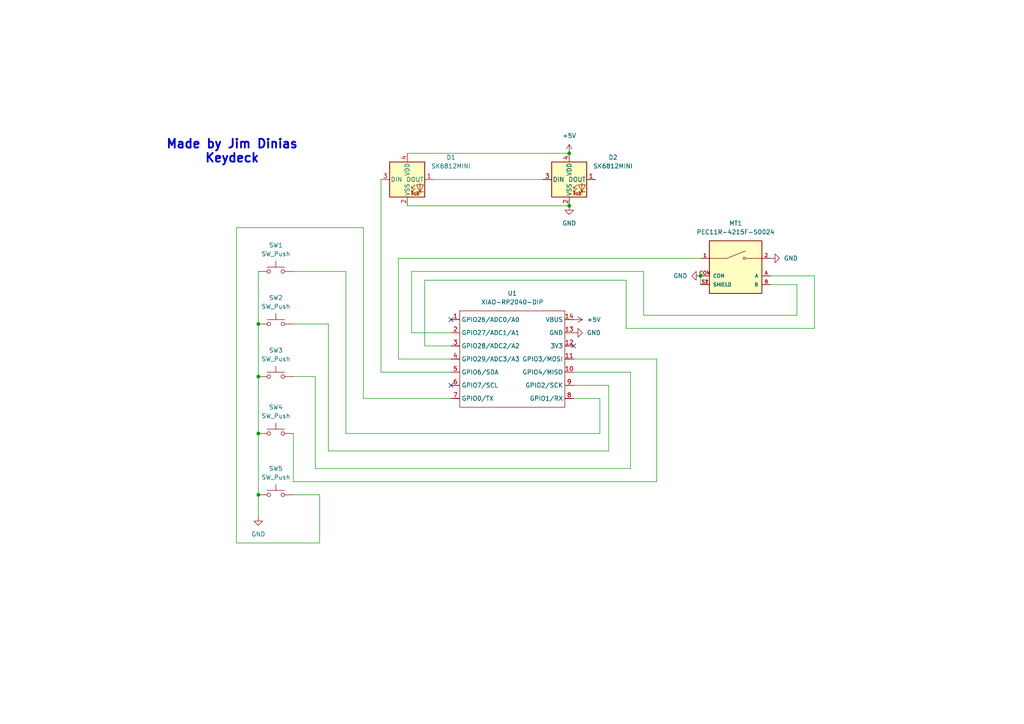
<source format=kicad_sch>
(kicad_sch
	(version 20250114)
	(generator "eeschema")
	(generator_version "9.0")
	(uuid "79ff9c3f-8260-4361-bbe7-ac0391cfaece")
	(paper "A4")
	(lib_symbols
		(symbol "LED:SK6812MINI"
			(pin_names
				(offset 0.254)
			)
			(exclude_from_sim no)
			(in_bom yes)
			(on_board yes)
			(property "Reference" "D"
				(at 5.08 5.715 0)
				(effects
					(font
						(size 1.27 1.27)
					)
					(justify right bottom)
				)
			)
			(property "Value" "SK6812MINI"
				(at 1.27 -5.715 0)
				(effects
					(font
						(size 1.27 1.27)
					)
					(justify left top)
				)
			)
			(property "Footprint" "LED_SMD:LED_SK6812MINI_PLCC4_3.5x3.5mm_P1.75mm"
				(at 1.27 -7.62 0)
				(effects
					(font
						(size 1.27 1.27)
					)
					(justify left top)
					(hide yes)
				)
			)
			(property "Datasheet" "https://cdn-shop.adafruit.com/product-files/2686/SK6812MINI_REV.01-1-2.pdf"
				(at 2.54 -9.525 0)
				(effects
					(font
						(size 1.27 1.27)
					)
					(justify left top)
					(hide yes)
				)
			)
			(property "Description" "RGB LED with integrated controller"
				(at 0 0 0)
				(effects
					(font
						(size 1.27 1.27)
					)
					(hide yes)
				)
			)
			(property "ki_keywords" "RGB LED NeoPixel Mini addressable"
				(at 0 0 0)
				(effects
					(font
						(size 1.27 1.27)
					)
					(hide yes)
				)
			)
			(property "ki_fp_filters" "LED*SK6812MINI*PLCC*3.5x3.5mm*P1.75mm*"
				(at 0 0 0)
				(effects
					(font
						(size 1.27 1.27)
					)
					(hide yes)
				)
			)
			(symbol "SK6812MINI_0_0"
				(text "RGB"
					(at 2.286 -4.191 0)
					(effects
						(font
							(size 0.762 0.762)
						)
					)
				)
			)
			(symbol "SK6812MINI_0_1"
				(polyline
					(pts
						(xy 1.27 -2.54) (xy 1.778 -2.54)
					)
					(stroke
						(width 0)
						(type default)
					)
					(fill
						(type none)
					)
				)
				(polyline
					(pts
						(xy 1.27 -3.556) (xy 1.778 -3.556)
					)
					(stroke
						(width 0)
						(type default)
					)
					(fill
						(type none)
					)
				)
				(polyline
					(pts
						(xy 2.286 -1.524) (xy 1.27 -2.54) (xy 1.27 -2.032)
					)
					(stroke
						(width 0)
						(type default)
					)
					(fill
						(type none)
					)
				)
				(polyline
					(pts
						(xy 2.286 -2.54) (xy 1.27 -3.556) (xy 1.27 -3.048)
					)
					(stroke
						(width 0)
						(type default)
					)
					(fill
						(type none)
					)
				)
				(polyline
					(pts
						(xy 3.683 -1.016) (xy 3.683 -3.556) (xy 3.683 -4.064)
					)
					(stroke
						(width 0)
						(type default)
					)
					(fill
						(type none)
					)
				)
				(polyline
					(pts
						(xy 4.699 -1.524) (xy 2.667 -1.524) (xy 3.683 -3.556) (xy 4.699 -1.524)
					)
					(stroke
						(width 0)
						(type default)
					)
					(fill
						(type none)
					)
				)
				(polyline
					(pts
						(xy 4.699 -3.556) (xy 2.667 -3.556)
					)
					(stroke
						(width 0)
						(type default)
					)
					(fill
						(type none)
					)
				)
				(rectangle
					(start 5.08 5.08)
					(end -5.08 -5.08)
					(stroke
						(width 0.254)
						(type default)
					)
					(fill
						(type background)
					)
				)
			)
			(symbol "SK6812MINI_1_1"
				(pin input line
					(at -7.62 0 0)
					(length 2.54)
					(name "DIN"
						(effects
							(font
								(size 1.27 1.27)
							)
						)
					)
					(number "3"
						(effects
							(font
								(size 1.27 1.27)
							)
						)
					)
				)
				(pin power_in line
					(at 0 7.62 270)
					(length 2.54)
					(name "VDD"
						(effects
							(font
								(size 1.27 1.27)
							)
						)
					)
					(number "4"
						(effects
							(font
								(size 1.27 1.27)
							)
						)
					)
				)
				(pin power_in line
					(at 0 -7.62 90)
					(length 2.54)
					(name "VSS"
						(effects
							(font
								(size 1.27 1.27)
							)
						)
					)
					(number "2"
						(effects
							(font
								(size 1.27 1.27)
							)
						)
					)
				)
				(pin output line
					(at 7.62 0 180)
					(length 2.54)
					(name "DOUT"
						(effects
							(font
								(size 1.27 1.27)
							)
						)
					)
					(number "1"
						(effects
							(font
								(size 1.27 1.27)
							)
						)
					)
				)
			)
			(embedded_fonts no)
		)
		(symbol "PEC11R-4215F-S0024:PEC11R-4215F-S0024"
			(pin_names
				(offset 1.016)
			)
			(exclude_from_sim no)
			(in_bom yes)
			(on_board yes)
			(property "Reference" "MT"
				(at -7.62 8.89 0)
				(effects
					(font
						(size 1.27 1.27)
					)
					(justify left bottom)
				)
			)
			(property "Value" "PEC11R-4215F-S0024"
				(at -7.62 -8.89 0)
				(effects
					(font
						(size 1.27 1.27)
					)
					(justify left top)
				)
			)
			(property "Footprint" "PEC11R-4215F-S0024:XDCR_PEC11R-4215F-S0024"
				(at 0 0 0)
				(effects
					(font
						(size 1.27 1.27)
					)
					(justify bottom)
					(hide yes)
				)
			)
			(property "Datasheet" ""
				(at 0 0 0)
				(effects
					(font
						(size 1.27 1.27)
					)
					(hide yes)
				)
			)
			(property "Description" ""
				(at 0 0 0)
				(effects
					(font
						(size 1.27 1.27)
					)
					(hide yes)
				)
			)
			(property "MF" "Bourns"
				(at 0 0 0)
				(effects
					(font
						(size 1.27 1.27)
					)
					(justify bottom)
					(hide yes)
				)
			)
			(property "MAXIMUM_PACKAGE_HEIGHT" "21.5 mm"
				(at 0 0 0)
				(effects
					(font
						(size 1.27 1.27)
					)
					(justify bottom)
					(hide yes)
				)
			)
			(property "Package" "None"
				(at 0 0 0)
				(effects
					(font
						(size 1.27 1.27)
					)
					(justify bottom)
					(hide yes)
				)
			)
			(property "Price" "None"
				(at 0 0 0)
				(effects
					(font
						(size 1.27 1.27)
					)
					(justify bottom)
					(hide yes)
				)
			)
			(property "Check_prices" "https://www.snapeda.com/parts/PEC11R-4215F-S0024/Bourns/view-part/?ref=eda"
				(at 0 0 0)
				(effects
					(font
						(size 1.27 1.27)
					)
					(justify bottom)
					(hide yes)
				)
			)
			(property "STANDARD" "Manufacturer Recommendations"
				(at 0 0 0)
				(effects
					(font
						(size 1.27 1.27)
					)
					(justify bottom)
					(hide yes)
				)
			)
			(property "PARTREV" "Rev. 09/19"
				(at 0 0 0)
				(effects
					(font
						(size 1.27 1.27)
					)
					(justify bottom)
					(hide yes)
				)
			)
			(property "SnapEDA_Link" "https://www.snapeda.com/parts/PEC11R-4215F-S0024/Bourns/view-part/?ref=snap"
				(at 0 0 0)
				(effects
					(font
						(size 1.27 1.27)
					)
					(justify bottom)
					(hide yes)
				)
			)
			(property "MP" "PEC11R-4215F-S0024"
				(at 0 0 0)
				(effects
					(font
						(size 1.27 1.27)
					)
					(justify bottom)
					(hide yes)
				)
			)
			(property "Description_1" "Encoder,Rotary,24 Detents,15 mm, Shaft,Switch | Bourns PEC11R-4215F-S0024"
				(at 0 0 0)
				(effects
					(font
						(size 1.27 1.27)
					)
					(justify bottom)
					(hide yes)
				)
			)
			(property "Availability" "In Stock"
				(at 0 0 0)
				(effects
					(font
						(size 1.27 1.27)
					)
					(justify bottom)
					(hide yes)
				)
			)
			(property "MANUFACTURER" "J.W.Miller/Bourns"
				(at 0 0 0)
				(effects
					(font
						(size 1.27 1.27)
					)
					(justify bottom)
					(hide yes)
				)
			)
			(symbol "PEC11R-4215F-S0024_0_0"
				(rectangle
					(start -7.62 -7.62)
					(end 7.62 7.62)
					(stroke
						(width 0.254)
						(type default)
					)
					(fill
						(type background)
					)
				)
				(polyline
					(pts
						(xy -2.54 2.54) (xy -7.62 2.54)
					)
					(stroke
						(width 0.1524)
						(type default)
					)
					(fill
						(type none)
					)
				)
				(polyline
					(pts
						(xy -2.54 2.54) (xy 2.794 4.6736)
					)
					(stroke
						(width 0.1524)
						(type default)
					)
					(fill
						(type none)
					)
				)
				(circle
					(center 2.54 2.54)
					(radius 0.3302)
					(stroke
						(width 0.1524)
						(type default)
					)
					(fill
						(type none)
					)
				)
				(polyline
					(pts
						(xy 7.62 2.54) (xy 2.921 2.54)
					)
					(stroke
						(width 0.1524)
						(type default)
					)
					(fill
						(type none)
					)
				)
				(pin passive line
					(at -10.16 2.54 0)
					(length 2.54)
					(name "~"
						(effects
							(font
								(size 1.016 1.016)
							)
						)
					)
					(number "1"
						(effects
							(font
								(size 1.016 1.016)
							)
						)
					)
				)
				(pin passive line
					(at -10.16 -2.54 0)
					(length 2.54)
					(name "COM"
						(effects
							(font
								(size 1.016 1.016)
							)
						)
					)
					(number "COM"
						(effects
							(font
								(size 1.016 1.016)
							)
						)
					)
				)
				(pin passive line
					(at -10.16 -5.08 0)
					(length 2.54)
					(name "SHIELD"
						(effects
							(font
								(size 1.016 1.016)
							)
						)
					)
					(number "S1"
						(effects
							(font
								(size 1.016 1.016)
							)
						)
					)
				)
				(pin passive line
					(at -10.16 -5.08 0)
					(length 2.54)
					(name "SHIELD"
						(effects
							(font
								(size 1.016 1.016)
							)
						)
					)
					(number "S2"
						(effects
							(font
								(size 1.016 1.016)
							)
						)
					)
				)
				(pin passive line
					(at 10.16 2.54 180)
					(length 2.54)
					(name "~"
						(effects
							(font
								(size 1.016 1.016)
							)
						)
					)
					(number "2"
						(effects
							(font
								(size 1.016 1.016)
							)
						)
					)
				)
				(pin passive line
					(at 10.16 -2.54 180)
					(length 2.54)
					(name "A"
						(effects
							(font
								(size 1.016 1.016)
							)
						)
					)
					(number "A"
						(effects
							(font
								(size 1.016 1.016)
							)
						)
					)
				)
				(pin passive line
					(at 10.16 -5.08 180)
					(length 2.54)
					(name "B"
						(effects
							(font
								(size 1.016 1.016)
							)
						)
					)
					(number "B"
						(effects
							(font
								(size 1.016 1.016)
							)
						)
					)
				)
			)
			(embedded_fonts no)
		)
		(symbol "Seeed_Studio_XIAO_Series:XIAO-RP2040-DIP"
			(exclude_from_sim no)
			(in_bom yes)
			(on_board yes)
			(property "Reference" "U"
				(at 0 0 0)
				(effects
					(font
						(size 1.27 1.27)
					)
				)
			)
			(property "Value" "XIAO-RP2040-DIP"
				(at 5.334 -1.778 0)
				(effects
					(font
						(size 1.27 1.27)
					)
				)
			)
			(property "Footprint" "Module:MOUDLE14P-XIAO-DIP-SMD"
				(at 14.478 -32.258 0)
				(effects
					(font
						(size 1.27 1.27)
					)
					(hide yes)
				)
			)
			(property "Datasheet" ""
				(at 0 0 0)
				(effects
					(font
						(size 1.27 1.27)
					)
					(hide yes)
				)
			)
			(property "Description" ""
				(at 0 0 0)
				(effects
					(font
						(size 1.27 1.27)
					)
					(hide yes)
				)
			)
			(symbol "XIAO-RP2040-DIP_1_0"
				(polyline
					(pts
						(xy -1.27 -2.54) (xy 29.21 -2.54)
					)
					(stroke
						(width 0.1524)
						(type solid)
					)
					(fill
						(type none)
					)
				)
				(polyline
					(pts
						(xy -1.27 -5.08) (xy -2.54 -5.08)
					)
					(stroke
						(width 0.1524)
						(type solid)
					)
					(fill
						(type none)
					)
				)
				(polyline
					(pts
						(xy -1.27 -5.08) (xy -1.27 -2.54)
					)
					(stroke
						(width 0.1524)
						(type solid)
					)
					(fill
						(type none)
					)
				)
				(polyline
					(pts
						(xy -1.27 -8.89) (xy -2.54 -8.89)
					)
					(stroke
						(width 0.1524)
						(type solid)
					)
					(fill
						(type none)
					)
				)
				(polyline
					(pts
						(xy -1.27 -8.89) (xy -1.27 -5.08)
					)
					(stroke
						(width 0.1524)
						(type solid)
					)
					(fill
						(type none)
					)
				)
				(polyline
					(pts
						(xy -1.27 -12.7) (xy -2.54 -12.7)
					)
					(stroke
						(width 0.1524)
						(type solid)
					)
					(fill
						(type none)
					)
				)
				(polyline
					(pts
						(xy -1.27 -12.7) (xy -1.27 -8.89)
					)
					(stroke
						(width 0.1524)
						(type solid)
					)
					(fill
						(type none)
					)
				)
				(polyline
					(pts
						(xy -1.27 -16.51) (xy -2.54 -16.51)
					)
					(stroke
						(width 0.1524)
						(type solid)
					)
					(fill
						(type none)
					)
				)
				(polyline
					(pts
						(xy -1.27 -16.51) (xy -1.27 -12.7)
					)
					(stroke
						(width 0.1524)
						(type solid)
					)
					(fill
						(type none)
					)
				)
				(polyline
					(pts
						(xy -1.27 -20.32) (xy -2.54 -20.32)
					)
					(stroke
						(width 0.1524)
						(type solid)
					)
					(fill
						(type none)
					)
				)
				(polyline
					(pts
						(xy -1.27 -24.13) (xy -2.54 -24.13)
					)
					(stroke
						(width 0.1524)
						(type solid)
					)
					(fill
						(type none)
					)
				)
				(polyline
					(pts
						(xy -1.27 -27.94) (xy -2.54 -27.94)
					)
					(stroke
						(width 0.1524)
						(type solid)
					)
					(fill
						(type none)
					)
				)
				(polyline
					(pts
						(xy -1.27 -30.48) (xy -1.27 -16.51)
					)
					(stroke
						(width 0.1524)
						(type solid)
					)
					(fill
						(type none)
					)
				)
				(polyline
					(pts
						(xy 29.21 -2.54) (xy 29.21 -5.08)
					)
					(stroke
						(width 0.1524)
						(type solid)
					)
					(fill
						(type none)
					)
				)
				(polyline
					(pts
						(xy 29.21 -5.08) (xy 29.21 -8.89)
					)
					(stroke
						(width 0.1524)
						(type solid)
					)
					(fill
						(type none)
					)
				)
				(polyline
					(pts
						(xy 29.21 -8.89) (xy 29.21 -12.7)
					)
					(stroke
						(width 0.1524)
						(type solid)
					)
					(fill
						(type none)
					)
				)
				(polyline
					(pts
						(xy 29.21 -12.7) (xy 29.21 -30.48)
					)
					(stroke
						(width 0.1524)
						(type solid)
					)
					(fill
						(type none)
					)
				)
				(polyline
					(pts
						(xy 29.21 -30.48) (xy -1.27 -30.48)
					)
					(stroke
						(width 0.1524)
						(type solid)
					)
					(fill
						(type none)
					)
				)
				(polyline
					(pts
						(xy 30.48 -5.08) (xy 29.21 -5.08)
					)
					(stroke
						(width 0.1524)
						(type solid)
					)
					(fill
						(type none)
					)
				)
				(polyline
					(pts
						(xy 30.48 -8.89) (xy 29.21 -8.89)
					)
					(stroke
						(width 0.1524)
						(type solid)
					)
					(fill
						(type none)
					)
				)
				(polyline
					(pts
						(xy 30.48 -12.7) (xy 29.21 -12.7)
					)
					(stroke
						(width 0.1524)
						(type solid)
					)
					(fill
						(type none)
					)
				)
				(polyline
					(pts
						(xy 30.48 -16.51) (xy 29.21 -16.51)
					)
					(stroke
						(width 0.1524)
						(type solid)
					)
					(fill
						(type none)
					)
				)
				(polyline
					(pts
						(xy 30.48 -20.32) (xy 29.21 -20.32)
					)
					(stroke
						(width 0.1524)
						(type solid)
					)
					(fill
						(type none)
					)
				)
				(polyline
					(pts
						(xy 30.48 -24.13) (xy 29.21 -24.13)
					)
					(stroke
						(width 0.1524)
						(type solid)
					)
					(fill
						(type none)
					)
				)
				(polyline
					(pts
						(xy 30.48 -27.94) (xy 29.21 -27.94)
					)
					(stroke
						(width 0.1524)
						(type solid)
					)
					(fill
						(type none)
					)
				)
				(pin passive line
					(at -3.81 -5.08 0)
					(length 2.54)
					(name "GPIO26/ADC0/A0"
						(effects
							(font
								(size 1.27 1.27)
							)
						)
					)
					(number "1"
						(effects
							(font
								(size 1.27 1.27)
							)
						)
					)
				)
				(pin passive line
					(at -3.81 -8.89 0)
					(length 2.54)
					(name "GPIO27/ADC1/A1"
						(effects
							(font
								(size 1.27 1.27)
							)
						)
					)
					(number "2"
						(effects
							(font
								(size 1.27 1.27)
							)
						)
					)
				)
				(pin passive line
					(at -3.81 -12.7 0)
					(length 2.54)
					(name "GPIO28/ADC2/A2"
						(effects
							(font
								(size 1.27 1.27)
							)
						)
					)
					(number "3"
						(effects
							(font
								(size 1.27 1.27)
							)
						)
					)
				)
				(pin passive line
					(at -3.81 -16.51 0)
					(length 2.54)
					(name "GPIO29/ADC3/A3"
						(effects
							(font
								(size 1.27 1.27)
							)
						)
					)
					(number "4"
						(effects
							(font
								(size 1.27 1.27)
							)
						)
					)
				)
				(pin passive line
					(at -3.81 -20.32 0)
					(length 2.54)
					(name "GPIO6/SDA"
						(effects
							(font
								(size 1.27 1.27)
							)
						)
					)
					(number "5"
						(effects
							(font
								(size 1.27 1.27)
							)
						)
					)
				)
				(pin passive line
					(at -3.81 -24.13 0)
					(length 2.54)
					(name "GPIO7/SCL"
						(effects
							(font
								(size 1.27 1.27)
							)
						)
					)
					(number "6"
						(effects
							(font
								(size 1.27 1.27)
							)
						)
					)
				)
				(pin passive line
					(at -3.81 -27.94 0)
					(length 2.54)
					(name "GPIO0/TX"
						(effects
							(font
								(size 1.27 1.27)
							)
						)
					)
					(number "7"
						(effects
							(font
								(size 1.27 1.27)
							)
						)
					)
				)
				(pin passive line
					(at 31.75 -5.08 180)
					(length 2.54)
					(name "VBUS"
						(effects
							(font
								(size 1.27 1.27)
							)
						)
					)
					(number "14"
						(effects
							(font
								(size 1.27 1.27)
							)
						)
					)
				)
				(pin passive line
					(at 31.75 -8.89 180)
					(length 2.54)
					(name "GND"
						(effects
							(font
								(size 1.27 1.27)
							)
						)
					)
					(number "13"
						(effects
							(font
								(size 1.27 1.27)
							)
						)
					)
				)
				(pin passive line
					(at 31.75 -12.7 180)
					(length 2.54)
					(name "3V3"
						(effects
							(font
								(size 1.27 1.27)
							)
						)
					)
					(number "12"
						(effects
							(font
								(size 1.27 1.27)
							)
						)
					)
				)
				(pin passive line
					(at 31.75 -16.51 180)
					(length 2.54)
					(name "GPIO3/MOSI"
						(effects
							(font
								(size 1.27 1.27)
							)
						)
					)
					(number "11"
						(effects
							(font
								(size 1.27 1.27)
							)
						)
					)
				)
				(pin passive line
					(at 31.75 -20.32 180)
					(length 2.54)
					(name "GPIO4/MISO"
						(effects
							(font
								(size 1.27 1.27)
							)
						)
					)
					(number "10"
						(effects
							(font
								(size 1.27 1.27)
							)
						)
					)
				)
				(pin passive line
					(at 31.75 -24.13 180)
					(length 2.54)
					(name "GPIO2/SCK"
						(effects
							(font
								(size 1.27 1.27)
							)
						)
					)
					(number "9"
						(effects
							(font
								(size 1.27 1.27)
							)
						)
					)
				)
				(pin passive line
					(at 31.75 -27.94 180)
					(length 2.54)
					(name "GPIO1/RX"
						(effects
							(font
								(size 1.27 1.27)
							)
						)
					)
					(number "8"
						(effects
							(font
								(size 1.27 1.27)
							)
						)
					)
				)
			)
			(embedded_fonts no)
		)
		(symbol "Switch:SW_Push"
			(pin_numbers
				(hide yes)
			)
			(pin_names
				(offset 1.016)
				(hide yes)
			)
			(exclude_from_sim no)
			(in_bom yes)
			(on_board yes)
			(property "Reference" "SW"
				(at 1.27 2.54 0)
				(effects
					(font
						(size 1.27 1.27)
					)
					(justify left)
				)
			)
			(property "Value" "SW_Push"
				(at 0 -1.524 0)
				(effects
					(font
						(size 1.27 1.27)
					)
				)
			)
			(property "Footprint" ""
				(at 0 5.08 0)
				(effects
					(font
						(size 1.27 1.27)
					)
					(hide yes)
				)
			)
			(property "Datasheet" "~"
				(at 0 5.08 0)
				(effects
					(font
						(size 1.27 1.27)
					)
					(hide yes)
				)
			)
			(property "Description" "Push button switch, generic, two pins"
				(at 0 0 0)
				(effects
					(font
						(size 1.27 1.27)
					)
					(hide yes)
				)
			)
			(property "ki_keywords" "switch normally-open pushbutton push-button"
				(at 0 0 0)
				(effects
					(font
						(size 1.27 1.27)
					)
					(hide yes)
				)
			)
			(symbol "SW_Push_0_1"
				(circle
					(center -2.032 0)
					(radius 0.508)
					(stroke
						(width 0)
						(type default)
					)
					(fill
						(type none)
					)
				)
				(polyline
					(pts
						(xy 0 1.27) (xy 0 3.048)
					)
					(stroke
						(width 0)
						(type default)
					)
					(fill
						(type none)
					)
				)
				(circle
					(center 2.032 0)
					(radius 0.508)
					(stroke
						(width 0)
						(type default)
					)
					(fill
						(type none)
					)
				)
				(polyline
					(pts
						(xy 2.54 1.27) (xy -2.54 1.27)
					)
					(stroke
						(width 0)
						(type default)
					)
					(fill
						(type none)
					)
				)
				(pin passive line
					(at -5.08 0 0)
					(length 2.54)
					(name "1"
						(effects
							(font
								(size 1.27 1.27)
							)
						)
					)
					(number "1"
						(effects
							(font
								(size 1.27 1.27)
							)
						)
					)
				)
				(pin passive line
					(at 5.08 0 180)
					(length 2.54)
					(name "2"
						(effects
							(font
								(size 1.27 1.27)
							)
						)
					)
					(number "2"
						(effects
							(font
								(size 1.27 1.27)
							)
						)
					)
				)
			)
			(embedded_fonts no)
		)
		(symbol "power:+5V"
			(power)
			(pin_numbers
				(hide yes)
			)
			(pin_names
				(offset 0)
				(hide yes)
			)
			(exclude_from_sim no)
			(in_bom yes)
			(on_board yes)
			(property "Reference" "#PWR"
				(at 0 -3.81 0)
				(effects
					(font
						(size 1.27 1.27)
					)
					(hide yes)
				)
			)
			(property "Value" "+5V"
				(at 0 3.556 0)
				(effects
					(font
						(size 1.27 1.27)
					)
				)
			)
			(property "Footprint" ""
				(at 0 0 0)
				(effects
					(font
						(size 1.27 1.27)
					)
					(hide yes)
				)
			)
			(property "Datasheet" ""
				(at 0 0 0)
				(effects
					(font
						(size 1.27 1.27)
					)
					(hide yes)
				)
			)
			(property "Description" "Power symbol creates a global label with name \"+5V\""
				(at 0 0 0)
				(effects
					(font
						(size 1.27 1.27)
					)
					(hide yes)
				)
			)
			(property "ki_keywords" "global power"
				(at 0 0 0)
				(effects
					(font
						(size 1.27 1.27)
					)
					(hide yes)
				)
			)
			(symbol "+5V_0_1"
				(polyline
					(pts
						(xy -0.762 1.27) (xy 0 2.54)
					)
					(stroke
						(width 0)
						(type default)
					)
					(fill
						(type none)
					)
				)
				(polyline
					(pts
						(xy 0 2.54) (xy 0.762 1.27)
					)
					(stroke
						(width 0)
						(type default)
					)
					(fill
						(type none)
					)
				)
				(polyline
					(pts
						(xy 0 0) (xy 0 2.54)
					)
					(stroke
						(width 0)
						(type default)
					)
					(fill
						(type none)
					)
				)
			)
			(symbol "+5V_1_1"
				(pin power_in line
					(at 0 0 90)
					(length 0)
					(name "~"
						(effects
							(font
								(size 1.27 1.27)
							)
						)
					)
					(number "1"
						(effects
							(font
								(size 1.27 1.27)
							)
						)
					)
				)
			)
			(embedded_fonts no)
		)
		(symbol "power:GND"
			(power)
			(pin_numbers
				(hide yes)
			)
			(pin_names
				(offset 0)
				(hide yes)
			)
			(exclude_from_sim no)
			(in_bom yes)
			(on_board yes)
			(property "Reference" "#PWR"
				(at 0 -6.35 0)
				(effects
					(font
						(size 1.27 1.27)
					)
					(hide yes)
				)
			)
			(property "Value" "GND"
				(at 0 -3.81 0)
				(effects
					(font
						(size 1.27 1.27)
					)
				)
			)
			(property "Footprint" ""
				(at 0 0 0)
				(effects
					(font
						(size 1.27 1.27)
					)
					(hide yes)
				)
			)
			(property "Datasheet" ""
				(at 0 0 0)
				(effects
					(font
						(size 1.27 1.27)
					)
					(hide yes)
				)
			)
			(property "Description" "Power symbol creates a global label with name \"GND\" , ground"
				(at 0 0 0)
				(effects
					(font
						(size 1.27 1.27)
					)
					(hide yes)
				)
			)
			(property "ki_keywords" "global power"
				(at 0 0 0)
				(effects
					(font
						(size 1.27 1.27)
					)
					(hide yes)
				)
			)
			(symbol "GND_0_1"
				(polyline
					(pts
						(xy 0 0) (xy 0 -1.27) (xy 1.27 -1.27) (xy 0 -2.54) (xy -1.27 -1.27) (xy 0 -1.27)
					)
					(stroke
						(width 0)
						(type default)
					)
					(fill
						(type none)
					)
				)
			)
			(symbol "GND_1_1"
				(pin power_in line
					(at 0 0 270)
					(length 0)
					(name "~"
						(effects
							(font
								(size 1.27 1.27)
							)
						)
					)
					(number "1"
						(effects
							(font
								(size 1.27 1.27)
							)
						)
					)
				)
			)
			(embedded_fonts no)
		)
	)
	(text "Made by Jim Dinias\nKeydeck"
		(exclude_from_sim no)
		(at 67.31 43.942 0)
		(effects
			(font
				(size 2.54 2.54)
				(thickness 0.508)
				(bold yes)
			)
		)
		(uuid "20e77a9e-c3d4-4931-a4f0-0e5571d49eda")
	)
	(junction
		(at 74.93 93.98)
		(diameter 0)
		(color 0 0 0 0)
		(uuid "32683907-ccb7-4b8e-a136-3fe94481c237")
	)
	(junction
		(at 74.93 109.22)
		(diameter 0)
		(color 0 0 0 0)
		(uuid "51548df4-4874-4fdb-aa90-8c79260e81e5")
	)
	(junction
		(at 74.93 143.51)
		(diameter 0)
		(color 0 0 0 0)
		(uuid "9f198295-786e-432b-8142-4c9eef0eec93")
	)
	(junction
		(at 74.93 125.73)
		(diameter 0)
		(color 0 0 0 0)
		(uuid "a276319f-4d3e-4bfc-835f-2ac0fe942498")
	)
	(junction
		(at 165.1 59.69)
		(diameter 0)
		(color 0 0 0 0)
		(uuid "a864e8c8-7b5d-4b81-b583-1fde2370a6b3")
	)
	(junction
		(at 165.1 44.45)
		(diameter 0)
		(color 0 0 0 0)
		(uuid "e354bfec-53ff-4f0c-b8ff-d0ca58fb86e0")
	)
	(junction
		(at 203.2 80.01)
		(diameter 0)
		(color 0 0 0 0)
		(uuid "e39c1a22-ac1d-43dc-84b9-52309e2d2aa7")
	)
	(no_connect
		(at 166.37 100.33)
		(uuid "28c17acf-fde9-47d8-9c9b-c0daec50b511")
	)
	(no_connect
		(at 130.81 111.76)
		(uuid "426a5092-4726-4f45-ae18-3281b2a9b78d")
	)
	(no_connect
		(at 130.81 92.71)
		(uuid "7a6e6f13-fe15-4af9-b94b-e0beef052eca")
	)
	(wire
		(pts
			(xy 105.41 66.04) (xy 105.41 115.57)
		)
		(stroke
			(width 0)
			(type default)
		)
		(uuid "08040bb8-5c53-4dec-9b94-682186c4a26e")
	)
	(wire
		(pts
			(xy 115.57 104.14) (xy 115.57 74.93)
		)
		(stroke
			(width 0)
			(type default)
		)
		(uuid "0d10741a-398c-4732-8f40-200e1b9b0484")
	)
	(wire
		(pts
			(xy 130.81 104.14) (xy 115.57 104.14)
		)
		(stroke
			(width 0)
			(type default)
		)
		(uuid "18aa13dd-fdb3-49b8-9f06-d3bef54da215")
	)
	(wire
		(pts
			(xy 203.2 80.01) (xy 203.2 82.55)
		)
		(stroke
			(width 0)
			(type default)
		)
		(uuid "20cb723e-3bca-47aa-aec4-1fa750d9196f")
	)
	(wire
		(pts
			(xy 110.49 52.07) (xy 110.49 107.95)
		)
		(stroke
			(width 0)
			(type default)
		)
		(uuid "20f369b5-8946-465b-af66-c91acf0baeb9")
	)
	(wire
		(pts
			(xy 85.09 143.51) (xy 92.71 143.51)
		)
		(stroke
			(width 0)
			(type default)
		)
		(uuid "232d98f0-2fc9-4a93-a55c-6abca82d8570")
	)
	(wire
		(pts
			(xy 85.09 109.22) (xy 91.44 109.22)
		)
		(stroke
			(width 0)
			(type default)
		)
		(uuid "24c58113-67a1-42ab-9c59-652cc0c9c06a")
	)
	(wire
		(pts
			(xy 68.58 66.04) (xy 105.41 66.04)
		)
		(stroke
			(width 0)
			(type default)
		)
		(uuid "29b3dcca-bb4b-4fae-908f-bbee4194c30f")
	)
	(wire
		(pts
			(xy 74.93 78.74) (xy 74.93 93.98)
		)
		(stroke
			(width 0)
			(type default)
		)
		(uuid "2d1cf654-ef9c-4d20-9320-612beaee6713")
	)
	(wire
		(pts
			(xy 100.33 125.73) (xy 173.99 125.73)
		)
		(stroke
			(width 0)
			(type default)
		)
		(uuid "308799d6-f1d2-46e9-8408-0cfbd81227f5")
	)
	(wire
		(pts
			(xy 91.44 109.22) (xy 91.44 135.89)
		)
		(stroke
			(width 0)
			(type default)
		)
		(uuid "309bd93e-1c3d-441d-a77b-1f61827f7401")
	)
	(wire
		(pts
			(xy 176.53 130.81) (xy 176.53 111.76)
		)
		(stroke
			(width 0)
			(type default)
		)
		(uuid "328887f5-d17a-441a-ab2d-7aa5519ef40a")
	)
	(wire
		(pts
			(xy 236.22 80.01) (xy 236.22 95.25)
		)
		(stroke
			(width 0)
			(type default)
		)
		(uuid "3d523d5a-d4aa-43e1-a857-98a1787fed5d")
	)
	(wire
		(pts
			(xy 181.61 95.25) (xy 181.61 81.28)
		)
		(stroke
			(width 0)
			(type default)
		)
		(uuid "46b74641-8057-4bfc-9d1f-b65940431cf4")
	)
	(wire
		(pts
			(xy 223.52 82.55) (xy 231.14 82.55)
		)
		(stroke
			(width 0)
			(type default)
		)
		(uuid "484e4a71-3716-4b03-a5d4-691411fc15d7")
	)
	(wire
		(pts
			(xy 119.38 78.74) (xy 119.38 96.52)
		)
		(stroke
			(width 0)
			(type default)
		)
		(uuid "49320ef7-1a86-4970-9276-e245f27c1361")
	)
	(wire
		(pts
			(xy 74.93 93.98) (xy 74.93 109.22)
		)
		(stroke
			(width 0)
			(type default)
		)
		(uuid "4bc7962f-e2f1-4a2f-8bd2-0620c1b24fc4")
	)
	(wire
		(pts
			(xy 123.19 81.28) (xy 123.19 100.33)
		)
		(stroke
			(width 0)
			(type default)
		)
		(uuid "4bd356d2-ee83-42fa-8e4e-fe1e99b2feaf")
	)
	(wire
		(pts
			(xy 92.71 157.48) (xy 68.58 157.48)
		)
		(stroke
			(width 0)
			(type default)
		)
		(uuid "4eba8e2e-0867-4727-a2a5-f6ae20b5112d")
	)
	(wire
		(pts
			(xy 85.09 125.73) (xy 85.09 139.7)
		)
		(stroke
			(width 0)
			(type default)
		)
		(uuid "4fb3a2b3-d2a7-41bf-82fb-ee6fb8b5f877")
	)
	(wire
		(pts
			(xy 125.73 52.07) (xy 157.48 52.07)
		)
		(stroke
			(width 0)
			(type default)
		)
		(uuid "5b9958a3-7f77-4426-8345-4f157fbbac5e")
	)
	(wire
		(pts
			(xy 231.14 91.44) (xy 186.69 91.44)
		)
		(stroke
			(width 0)
			(type default)
		)
		(uuid "69b6b889-e9a2-4728-97ed-ba6239f84599")
	)
	(wire
		(pts
			(xy 182.88 135.89) (xy 182.88 107.95)
		)
		(stroke
			(width 0)
			(type default)
		)
		(uuid "6c5b75f5-8bdf-473a-b6bc-f515e7c31e90")
	)
	(wire
		(pts
			(xy 91.44 135.89) (xy 182.88 135.89)
		)
		(stroke
			(width 0)
			(type default)
		)
		(uuid "6f3afddb-40b6-4294-b5ab-1a8c067c1831")
	)
	(wire
		(pts
			(xy 190.5 139.7) (xy 190.5 104.14)
		)
		(stroke
			(width 0)
			(type default)
		)
		(uuid "795ddf25-5513-4558-889b-15617c8cdbee")
	)
	(wire
		(pts
			(xy 115.57 74.93) (xy 203.2 74.93)
		)
		(stroke
			(width 0)
			(type default)
		)
		(uuid "79fd6449-8981-44bd-ac23-f27451d29f23")
	)
	(wire
		(pts
			(xy 123.19 100.33) (xy 130.81 100.33)
		)
		(stroke
			(width 0)
			(type default)
		)
		(uuid "7c0df8fa-1de1-46f9-a830-68176a693f69")
	)
	(wire
		(pts
			(xy 186.69 91.44) (xy 186.69 78.74)
		)
		(stroke
			(width 0)
			(type default)
		)
		(uuid "810f3e25-7873-47f0-ba1b-271223d1e0a9")
	)
	(wire
		(pts
			(xy 223.52 80.01) (xy 236.22 80.01)
		)
		(stroke
			(width 0)
			(type default)
		)
		(uuid "8bfb1d9e-7e2d-48d0-922f-9fbd40bea4c6")
	)
	(wire
		(pts
			(xy 92.71 143.51) (xy 92.71 157.48)
		)
		(stroke
			(width 0)
			(type default)
		)
		(uuid "8c0d38cb-a562-41f2-9f0d-15f94f415acb")
	)
	(wire
		(pts
			(xy 100.33 78.74) (xy 100.33 125.73)
		)
		(stroke
			(width 0)
			(type default)
		)
		(uuid "9197a192-5d12-4699-b2fe-4fed9707c5cf")
	)
	(wire
		(pts
			(xy 95.25 93.98) (xy 95.25 130.81)
		)
		(stroke
			(width 0)
			(type default)
		)
		(uuid "9b72083f-6303-45e9-ab80-c0296cd971e9")
	)
	(wire
		(pts
			(xy 74.93 109.22) (xy 74.93 125.73)
		)
		(stroke
			(width 0)
			(type default)
		)
		(uuid "9e692ea6-3b83-4660-88e0-f7180293c9fd")
	)
	(wire
		(pts
			(xy 173.99 125.73) (xy 173.99 115.57)
		)
		(stroke
			(width 0)
			(type default)
		)
		(uuid "9fe5d7d2-53ef-469e-addb-73f0cc7ffc0d")
	)
	(wire
		(pts
			(xy 119.38 96.52) (xy 130.81 96.52)
		)
		(stroke
			(width 0)
			(type default)
		)
		(uuid "a07b8293-817c-4f2d-891d-873ae9d8c481")
	)
	(wire
		(pts
			(xy 231.14 82.55) (xy 231.14 91.44)
		)
		(stroke
			(width 0)
			(type default)
		)
		(uuid "a49d0678-b905-44f5-8fc1-9807b29cf0ec")
	)
	(wire
		(pts
			(xy 186.69 78.74) (xy 119.38 78.74)
		)
		(stroke
			(width 0)
			(type default)
		)
		(uuid "a5757233-1787-4073-8a21-0971cfa7ba4c")
	)
	(wire
		(pts
			(xy 176.53 111.76) (xy 166.37 111.76)
		)
		(stroke
			(width 0)
			(type default)
		)
		(uuid "abfc0d82-2e4f-42a2-bdc6-c43bb18aaeb5")
	)
	(wire
		(pts
			(xy 95.25 130.81) (xy 176.53 130.81)
		)
		(stroke
			(width 0)
			(type default)
		)
		(uuid "b2b1e69c-3fda-4482-96fc-5c945155e0aa")
	)
	(wire
		(pts
			(xy 166.37 107.95) (xy 182.88 107.95)
		)
		(stroke
			(width 0)
			(type default)
		)
		(uuid "b6445e9b-478b-48c7-9cca-e6a2da29a67a")
	)
	(wire
		(pts
			(xy 173.99 115.57) (xy 166.37 115.57)
		)
		(stroke
			(width 0)
			(type default)
		)
		(uuid "bf0f4aa6-e9c7-4eca-8d7f-e2c0026aec08")
	)
	(wire
		(pts
			(xy 85.09 78.74) (xy 100.33 78.74)
		)
		(stroke
			(width 0)
			(type default)
		)
		(uuid "d6dbb8bb-9ee2-4ef7-90eb-cf8c3a6d5883")
	)
	(wire
		(pts
			(xy 74.93 125.73) (xy 74.93 143.51)
		)
		(stroke
			(width 0)
			(type default)
		)
		(uuid "dbf97ceb-0293-468b-9a35-8124d222f359")
	)
	(wire
		(pts
			(xy 68.58 157.48) (xy 68.58 66.04)
		)
		(stroke
			(width 0)
			(type default)
		)
		(uuid "de2dfbd5-a949-46e2-a833-4a2a694b22c2")
	)
	(wire
		(pts
			(xy 166.37 104.14) (xy 190.5 104.14)
		)
		(stroke
			(width 0)
			(type default)
		)
		(uuid "e1afec5e-eae8-4815-b5c0-827aab30f887")
	)
	(wire
		(pts
			(xy 105.41 115.57) (xy 130.81 115.57)
		)
		(stroke
			(width 0)
			(type default)
		)
		(uuid "e4a2d8c4-e2ed-4848-bdbf-caa43481ba6a")
	)
	(wire
		(pts
			(xy 181.61 81.28) (xy 123.19 81.28)
		)
		(stroke
			(width 0)
			(type default)
		)
		(uuid "eaccbf8f-dd11-4a51-a8a2-87cdc4aef799")
	)
	(wire
		(pts
			(xy 74.93 143.51) (xy 74.93 149.86)
		)
		(stroke
			(width 0)
			(type default)
		)
		(uuid "efb7315a-bba9-4ad9-a2e4-760f588eacf4")
	)
	(wire
		(pts
			(xy 85.09 93.98) (xy 95.25 93.98)
		)
		(stroke
			(width 0)
			(type default)
		)
		(uuid "f137cf13-fc8d-43da-a5f4-ea5f09dd5e16")
	)
	(wire
		(pts
			(xy 110.49 107.95) (xy 130.81 107.95)
		)
		(stroke
			(width 0)
			(type default)
		)
		(uuid "f1fd203b-5b51-4f9b-8062-8c8c27c8aecb")
	)
	(wire
		(pts
			(xy 181.61 95.25) (xy 236.22 95.25)
		)
		(stroke
			(width 0)
			(type default)
		)
		(uuid "f5e8ce7d-9610-492a-b346-036d65710aec")
	)
	(wire
		(pts
			(xy 118.11 59.69) (xy 165.1 59.69)
		)
		(stroke
			(width 0)
			(type default)
		)
		(uuid "fb36c989-5d7a-42c6-8f74-ae7ae22a7a5b")
	)
	(wire
		(pts
			(xy 118.11 44.45) (xy 165.1 44.45)
		)
		(stroke
			(width 0)
			(type default)
		)
		(uuid "fc6c9109-d38c-4a3c-80c1-2acb4d1b0f63")
	)
	(wire
		(pts
			(xy 85.09 139.7) (xy 190.5 139.7)
		)
		(stroke
			(width 0)
			(type default)
		)
		(uuid "fe0429a7-48a3-4421-b28b-ccc0bbfa842d")
	)
	(symbol
		(lib_id "Switch:SW_Push")
		(at 80.01 125.73 0)
		(unit 1)
		(exclude_from_sim no)
		(in_bom yes)
		(on_board yes)
		(dnp no)
		(fields_autoplaced yes)
		(uuid "09b9279f-770b-4243-9bbf-9a3f42cb3f25")
		(property "Reference" "SW4"
			(at 80.01 118.11 0)
			(effects
				(font
					(size 1.27 1.27)
				)
			)
		)
		(property "Value" "SW_Push"
			(at 80.01 120.65 0)
			(effects
				(font
					(size 1.27 1.27)
				)
			)
		)
		(property "Footprint" "Button_Switch_Keyboard:SW_Cherry_MX_1.00u_PCB"
			(at 80.01 120.65 0)
			(effects
				(font
					(size 1.27 1.27)
				)
				(hide yes)
			)
		)
		(property "Datasheet" "~"
			(at 80.01 120.65 0)
			(effects
				(font
					(size 1.27 1.27)
				)
				(hide yes)
			)
		)
		(property "Description" "Push button switch, generic, two pins"
			(at 80.01 125.73 0)
			(effects
				(font
					(size 1.27 1.27)
				)
				(hide yes)
			)
		)
		(pin "1"
			(uuid "d8108b51-f581-4ac9-98dd-1cd6638b8e9b")
		)
		(pin "2"
			(uuid "17eeb079-0a62-492a-8a58-cf02ca53e86b")
		)
		(instances
			(project ""
				(path "/79ff9c3f-8260-4361-bbe7-ac0391cfaece"
					(reference "SW4")
					(unit 1)
				)
			)
		)
	)
	(symbol
		(lib_id "Seeed_Studio_XIAO_Series:XIAO-RP2040-DIP")
		(at 134.62 87.63 0)
		(unit 1)
		(exclude_from_sim no)
		(in_bom yes)
		(on_board yes)
		(dnp no)
		(fields_autoplaced yes)
		(uuid "0dfc4d8c-8f78-4a28-9475-e604082187b2")
		(property "Reference" "U1"
			(at 148.59 85.09 0)
			(effects
				(font
					(size 1.27 1.27)
				)
			)
		)
		(property "Value" "XIAO-RP2040-DIP"
			(at 148.59 87.63 0)
			(effects
				(font
					(size 1.27 1.27)
				)
			)
		)
		(property "Footprint" "OPL:XIAO-RP2040-DIP"
			(at 149.098 119.888 0)
			(effects
				(font
					(size 1.27 1.27)
				)
				(hide yes)
			)
		)
		(property "Datasheet" ""
			(at 134.62 87.63 0)
			(effects
				(font
					(size 1.27 1.27)
				)
				(hide yes)
			)
		)
		(property "Description" ""
			(at 134.62 87.63 0)
			(effects
				(font
					(size 1.27 1.27)
				)
				(hide yes)
			)
		)
		(pin "6"
			(uuid "4e28dce1-04d4-42e8-b3fd-13bf2de19c83")
		)
		(pin "1"
			(uuid "8b8a5b39-5752-4270-99ff-4d8ae201c8f9")
		)
		(pin "3"
			(uuid "fe677920-8b56-4949-9ec8-8ddc3198fc87")
		)
		(pin "13"
			(uuid "0ee1afa8-c7f0-479b-95c7-054c52606f60")
		)
		(pin "4"
			(uuid "d9bca6af-777e-4da0-8e8a-6c5e34b82445")
		)
		(pin "10"
			(uuid "9ab9cd12-b2fb-484a-8d64-bc42c3ba135c")
		)
		(pin "12"
			(uuid "03e1207d-6869-41d4-a562-68e2922b61b8")
		)
		(pin "2"
			(uuid "fe443fd5-e6df-466e-b157-e3d87d65ea9b")
		)
		(pin "5"
			(uuid "23460440-1f98-4075-9f26-6c89a03f1156")
		)
		(pin "7"
			(uuid "acd45246-a970-4bfd-b6d4-aaf5c732ff43")
		)
		(pin "14"
			(uuid "f9edb5dd-d429-4a4f-93c6-0b3967f15915")
		)
		(pin "11"
			(uuid "573539f2-165e-4306-b15c-cd543b8ed0e5")
		)
		(pin "9"
			(uuid "f300b625-d872-4430-aa30-9a48fda1868e")
		)
		(pin "8"
			(uuid "e1d39018-b724-46fa-aa64-b38da6c83a90")
		)
		(instances
			(project ""
				(path "/79ff9c3f-8260-4361-bbe7-ac0391cfaece"
					(reference "U1")
					(unit 1)
				)
			)
		)
	)
	(symbol
		(lib_id "power:GND")
		(at 203.2 80.01 270)
		(unit 1)
		(exclude_from_sim no)
		(in_bom yes)
		(on_board yes)
		(dnp no)
		(fields_autoplaced yes)
		(uuid "0f5bb58f-1a3f-4bc6-8f16-393ed457b074")
		(property "Reference" "#PWR04"
			(at 196.85 80.01 0)
			(effects
				(font
					(size 1.27 1.27)
				)
				(hide yes)
			)
		)
		(property "Value" "GND"
			(at 199.39 80.0099 90)
			(effects
				(font
					(size 1.27 1.27)
				)
				(justify right)
			)
		)
		(property "Footprint" ""
			(at 203.2 80.01 0)
			(effects
				(font
					(size 1.27 1.27)
				)
				(hide yes)
			)
		)
		(property "Datasheet" ""
			(at 203.2 80.01 0)
			(effects
				(font
					(size 1.27 1.27)
				)
				(hide yes)
			)
		)
		(property "Description" "Power symbol creates a global label with name \"GND\" , ground"
			(at 203.2 80.01 0)
			(effects
				(font
					(size 1.27 1.27)
				)
				(hide yes)
			)
		)
		(pin "1"
			(uuid "0343556f-4de4-444e-90ac-51ef31bdb19d")
		)
		(instances
			(project ""
				(path "/79ff9c3f-8260-4361-bbe7-ac0391cfaece"
					(reference "#PWR04")
					(unit 1)
				)
			)
		)
	)
	(symbol
		(lib_id "power:+5V")
		(at 166.37 92.71 270)
		(unit 1)
		(exclude_from_sim no)
		(in_bom yes)
		(on_board yes)
		(dnp no)
		(fields_autoplaced yes)
		(uuid "1aba01f4-28a7-4db7-86bf-1f151fbd5f65")
		(property "Reference" "#PWR05"
			(at 162.56 92.71 0)
			(effects
				(font
					(size 1.27 1.27)
				)
				(hide yes)
			)
		)
		(property "Value" "+5V"
			(at 170.18 92.7099 90)
			(effects
				(font
					(size 1.27 1.27)
				)
				(justify left)
			)
		)
		(property "Footprint" ""
			(at 166.37 92.71 0)
			(effects
				(font
					(size 1.27 1.27)
				)
				(hide yes)
			)
		)
		(property "Datasheet" ""
			(at 166.37 92.71 0)
			(effects
				(font
					(size 1.27 1.27)
				)
				(hide yes)
			)
		)
		(property "Description" "Power symbol creates a global label with name \"+5V\""
			(at 166.37 92.71 0)
			(effects
				(font
					(size 1.27 1.27)
				)
				(hide yes)
			)
		)
		(pin "1"
			(uuid "a02c71af-654d-42d6-a51c-75014251748a")
		)
		(instances
			(project ""
				(path "/79ff9c3f-8260-4361-bbe7-ac0391cfaece"
					(reference "#PWR05")
					(unit 1)
				)
			)
		)
	)
	(symbol
		(lib_id "power:GND")
		(at 166.37 96.52 90)
		(unit 1)
		(exclude_from_sim no)
		(in_bom yes)
		(on_board yes)
		(dnp no)
		(fields_autoplaced yes)
		(uuid "2d7c84af-55e7-4796-a2e1-713a19dd7e18")
		(property "Reference" "#PWR03"
			(at 172.72 96.52 0)
			(effects
				(font
					(size 1.27 1.27)
				)
				(hide yes)
			)
		)
		(property "Value" "GND"
			(at 170.18 96.5199 90)
			(effects
				(font
					(size 1.27 1.27)
				)
				(justify right)
			)
		)
		(property "Footprint" ""
			(at 166.37 96.52 0)
			(effects
				(font
					(size 1.27 1.27)
				)
				(hide yes)
			)
		)
		(property "Datasheet" ""
			(at 166.37 96.52 0)
			(effects
				(font
					(size 1.27 1.27)
				)
				(hide yes)
			)
		)
		(property "Description" "Power symbol creates a global label with name \"GND\" , ground"
			(at 166.37 96.52 0)
			(effects
				(font
					(size 1.27 1.27)
				)
				(hide yes)
			)
		)
		(pin "1"
			(uuid "50812d34-31c5-46cc-aa83-b81eb8f6983b")
		)
		(instances
			(project ""
				(path "/79ff9c3f-8260-4361-bbe7-ac0391cfaece"
					(reference "#PWR03")
					(unit 1)
				)
			)
		)
	)
	(symbol
		(lib_id "power:+5V")
		(at 165.1 44.45 0)
		(unit 1)
		(exclude_from_sim no)
		(in_bom yes)
		(on_board yes)
		(dnp no)
		(fields_autoplaced yes)
		(uuid "32a9640d-1770-42b0-9363-c112473ce8a5")
		(property "Reference" "#PWR07"
			(at 165.1 48.26 0)
			(effects
				(font
					(size 1.27 1.27)
				)
				(hide yes)
			)
		)
		(property "Value" "+5V"
			(at 165.1 39.37 0)
			(effects
				(font
					(size 1.27 1.27)
				)
			)
		)
		(property "Footprint" ""
			(at 165.1 44.45 0)
			(effects
				(font
					(size 1.27 1.27)
				)
				(hide yes)
			)
		)
		(property "Datasheet" ""
			(at 165.1 44.45 0)
			(effects
				(font
					(size 1.27 1.27)
				)
				(hide yes)
			)
		)
		(property "Description" "Power symbol creates a global label with name \"+5V\""
			(at 165.1 44.45 0)
			(effects
				(font
					(size 1.27 1.27)
				)
				(hide yes)
			)
		)
		(pin "1"
			(uuid "4db2c6fc-4e84-46af-bcfe-04b4b213e85d")
		)
		(instances
			(project ""
				(path "/79ff9c3f-8260-4361-bbe7-ac0391cfaece"
					(reference "#PWR07")
					(unit 1)
				)
			)
		)
	)
	(symbol
		(lib_id "Switch:SW_Push")
		(at 80.01 143.51 0)
		(unit 1)
		(exclude_from_sim no)
		(in_bom yes)
		(on_board yes)
		(dnp no)
		(fields_autoplaced yes)
		(uuid "46f1b01a-9649-428c-b764-dcf8892c8f8c")
		(property "Reference" "SW5"
			(at 80.01 135.89 0)
			(effects
				(font
					(size 1.27 1.27)
				)
			)
		)
		(property "Value" "SW_Push"
			(at 80.01 138.43 0)
			(effects
				(font
					(size 1.27 1.27)
				)
			)
		)
		(property "Footprint" "Button_Switch_Keyboard:SW_Cherry_MX_1.00u_PCB"
			(at 80.01 138.43 0)
			(effects
				(font
					(size 1.27 1.27)
				)
				(hide yes)
			)
		)
		(property "Datasheet" "~"
			(at 80.01 138.43 0)
			(effects
				(font
					(size 1.27 1.27)
				)
				(hide yes)
			)
		)
		(property "Description" "Push button switch, generic, two pins"
			(at 80.01 143.51 0)
			(effects
				(font
					(size 1.27 1.27)
				)
				(hide yes)
			)
		)
		(pin "1"
			(uuid "d8108b51-f581-4ac9-98dd-1cd6638b8e9c")
		)
		(pin "2"
			(uuid "17eeb079-0a62-492a-8a58-cf02ca53e86c")
		)
		(instances
			(project ""
				(path "/79ff9c3f-8260-4361-bbe7-ac0391cfaece"
					(reference "SW5")
					(unit 1)
				)
			)
		)
	)
	(symbol
		(lib_id "power:GND")
		(at 223.52 74.93 90)
		(unit 1)
		(exclude_from_sim no)
		(in_bom yes)
		(on_board yes)
		(dnp no)
		(fields_autoplaced yes)
		(uuid "5c34b89c-a64f-4980-a2a9-a5812a8c2d2f")
		(property "Reference" "#PWR06"
			(at 229.87 74.93 0)
			(effects
				(font
					(size 1.27 1.27)
				)
				(hide yes)
			)
		)
		(property "Value" "GND"
			(at 227.33 74.9299 90)
			(effects
				(font
					(size 1.27 1.27)
				)
				(justify right)
			)
		)
		(property "Footprint" ""
			(at 223.52 74.93 0)
			(effects
				(font
					(size 1.27 1.27)
				)
				(hide yes)
			)
		)
		(property "Datasheet" ""
			(at 223.52 74.93 0)
			(effects
				(font
					(size 1.27 1.27)
				)
				(hide yes)
			)
		)
		(property "Description" "Power symbol creates a global label with name \"GND\" , ground"
			(at 223.52 74.93 0)
			(effects
				(font
					(size 1.27 1.27)
				)
				(hide yes)
			)
		)
		(pin "1"
			(uuid "ccf8b372-5318-4506-8e4c-11ad8dd37270")
		)
		(instances
			(project ""
				(path "/79ff9c3f-8260-4361-bbe7-ac0391cfaece"
					(reference "#PWR06")
					(unit 1)
				)
			)
		)
	)
	(symbol
		(lib_id "LED:SK6812MINI")
		(at 118.11 52.07 0)
		(unit 1)
		(exclude_from_sim no)
		(in_bom yes)
		(on_board yes)
		(dnp no)
		(fields_autoplaced yes)
		(uuid "79006cec-7141-4ea1-b839-b4b76a069fec")
		(property "Reference" "D1"
			(at 130.81 45.6498 0)
			(effects
				(font
					(size 1.27 1.27)
				)
			)
		)
		(property "Value" "SK6812MINI"
			(at 130.81 48.1898 0)
			(effects
				(font
					(size 1.27 1.27)
				)
			)
		)
		(property "Footprint" "LED_SMD:LED_SK6812MINI_PLCC4_3.5x3.5mm_P1.75mm"
			(at 119.38 59.69 0)
			(effects
				(font
					(size 1.27 1.27)
				)
				(justify left top)
				(hide yes)
			)
		)
		(property "Datasheet" "https://cdn-shop.adafruit.com/product-files/2686/SK6812MINI_REV.01-1-2.pdf"
			(at 120.65 61.595 0)
			(effects
				(font
					(size 1.27 1.27)
				)
				(justify left top)
				(hide yes)
			)
		)
		(property "Description" "RGB LED with integrated controller"
			(at 118.11 52.07 0)
			(effects
				(font
					(size 1.27 1.27)
				)
				(hide yes)
			)
		)
		(pin "2"
			(uuid "9df22b6c-b049-4544-b996-37c459aa56c3")
		)
		(pin "1"
			(uuid "2dda8444-9aa2-49ce-82ca-316bf4e082b8")
		)
		(pin "4"
			(uuid "a50ef4d8-36b0-40d3-92b5-54d8b5e404f6")
		)
		(pin "3"
			(uuid "361275bb-d0fa-4713-bfc9-02b78e520fc1")
		)
		(instances
			(project ""
				(path "/79ff9c3f-8260-4361-bbe7-ac0391cfaece"
					(reference "D1")
					(unit 1)
				)
			)
		)
	)
	(symbol
		(lib_id "LED:SK6812MINI")
		(at 165.1 52.07 0)
		(unit 1)
		(exclude_from_sim no)
		(in_bom yes)
		(on_board yes)
		(dnp no)
		(fields_autoplaced yes)
		(uuid "865944fb-7303-41fb-9354-3ced93dcb20a")
		(property "Reference" "D2"
			(at 177.8 45.6498 0)
			(effects
				(font
					(size 1.27 1.27)
				)
			)
		)
		(property "Value" "SK6812MINI"
			(at 177.8 48.1898 0)
			(effects
				(font
					(size 1.27 1.27)
				)
			)
		)
		(property "Footprint" "LED_SMD:LED_SK6812MINI_PLCC4_3.5x3.5mm_P1.75mm"
			(at 166.37 59.69 0)
			(effects
				(font
					(size 1.27 1.27)
				)
				(justify left top)
				(hide yes)
			)
		)
		(property "Datasheet" "https://cdn-shop.adafruit.com/product-files/2686/SK6812MINI_REV.01-1-2.pdf"
			(at 167.64 61.595 0)
			(effects
				(font
					(size 1.27 1.27)
				)
				(justify left top)
				(hide yes)
			)
		)
		(property "Description" "RGB LED with integrated controller"
			(at 165.1 52.07 0)
			(effects
				(font
					(size 1.27 1.27)
				)
				(hide yes)
			)
		)
		(pin "2"
			(uuid "9df22b6c-b049-4544-b996-37c459aa56c4")
		)
		(pin "1"
			(uuid "2dda8444-9aa2-49ce-82ca-316bf4e082b9")
		)
		(pin "4"
			(uuid "a50ef4d8-36b0-40d3-92b5-54d8b5e404f7")
		)
		(pin "3"
			(uuid "361275bb-d0fa-4713-bfc9-02b78e520fc2")
		)
		(instances
			(project ""
				(path "/79ff9c3f-8260-4361-bbe7-ac0391cfaece"
					(reference "D2")
					(unit 1)
				)
			)
		)
	)
	(symbol
		(lib_id "power:GND")
		(at 74.93 149.86 0)
		(unit 1)
		(exclude_from_sim no)
		(in_bom yes)
		(on_board yes)
		(dnp no)
		(fields_autoplaced yes)
		(uuid "893f4b42-2fe0-4d45-aa56-a0a4404fb94b")
		(property "Reference" "#PWR01"
			(at 74.93 156.21 0)
			(effects
				(font
					(size 1.27 1.27)
				)
				(hide yes)
			)
		)
		(property "Value" "GND"
			(at 74.93 154.94 0)
			(effects
				(font
					(size 1.27 1.27)
				)
			)
		)
		(property "Footprint" ""
			(at 74.93 149.86 0)
			(effects
				(font
					(size 1.27 1.27)
				)
				(hide yes)
			)
		)
		(property "Datasheet" ""
			(at 74.93 149.86 0)
			(effects
				(font
					(size 1.27 1.27)
				)
				(hide yes)
			)
		)
		(property "Description" "Power symbol creates a global label with name \"GND\" , ground"
			(at 74.93 149.86 0)
			(effects
				(font
					(size 1.27 1.27)
				)
				(hide yes)
			)
		)
		(pin "1"
			(uuid "9e2d1e11-c284-4dd7-8637-770374d740eb")
		)
		(instances
			(project ""
				(path "/79ff9c3f-8260-4361-bbe7-ac0391cfaece"
					(reference "#PWR01")
					(unit 1)
				)
			)
		)
	)
	(symbol
		(lib_id "PEC11R-4215F-S0024:PEC11R-4215F-S0024")
		(at 213.36 77.47 0)
		(unit 1)
		(exclude_from_sim no)
		(in_bom yes)
		(on_board yes)
		(dnp no)
		(fields_autoplaced yes)
		(uuid "8d569c8c-643a-4785-9fb8-da03a91f783d")
		(property "Reference" "MT1"
			(at 213.36 64.77 0)
			(effects
				(font
					(size 1.27 1.27)
				)
			)
		)
		(property "Value" "PEC11R-4215F-S0024"
			(at 213.36 67.31 0)
			(effects
				(font
					(size 1.27 1.27)
				)
			)
		)
		(property "Footprint" "PEC11R-4215F-S0024:XDCR_PEC11R-4215F-S0024"
			(at 213.36 77.47 0)
			(effects
				(font
					(size 1.27 1.27)
				)
				(justify bottom)
				(hide yes)
			)
		)
		(property "Datasheet" ""
			(at 213.36 77.47 0)
			(effects
				(font
					(size 1.27 1.27)
				)
				(hide yes)
			)
		)
		(property "Description" ""
			(at 213.36 77.47 0)
			(effects
				(font
					(size 1.27 1.27)
				)
				(hide yes)
			)
		)
		(property "MF" "Bourns"
			(at 213.36 77.47 0)
			(effects
				(font
					(size 1.27 1.27)
				)
				(justify bottom)
				(hide yes)
			)
		)
		(property "MAXIMUM_PACKAGE_HEIGHT" "21.5 mm"
			(at 213.36 77.47 0)
			(effects
				(font
					(size 1.27 1.27)
				)
				(justify bottom)
				(hide yes)
			)
		)
		(property "Package" "None"
			(at 213.36 77.47 0)
			(effects
				(font
					(size 1.27 1.27)
				)
				(justify bottom)
				(hide yes)
			)
		)
		(property "Price" "None"
			(at 213.36 77.47 0)
			(effects
				(font
					(size 1.27 1.27)
				)
				(justify bottom)
				(hide yes)
			)
		)
		(property "Check_prices" "https://www.snapeda.com/parts/PEC11R-4215F-S0024/Bourns/view-part/?ref=eda"
			(at 213.36 77.47 0)
			(effects
				(font
					(size 1.27 1.27)
				)
				(justify bottom)
				(hide yes)
			)
		)
		(property "STANDARD" "Manufacturer Recommendations"
			(at 213.36 77.47 0)
			(effects
				(font
					(size 1.27 1.27)
				)
				(justify bottom)
				(hide yes)
			)
		)
		(property "PARTREV" "Rev. 09/19"
			(at 213.36 77.47 0)
			(effects
				(font
					(size 1.27 1.27)
				)
				(justify bottom)
				(hide yes)
			)
		)
		(property "SnapEDA_Link" "https://www.snapeda.com/parts/PEC11R-4215F-S0024/Bourns/view-part/?ref=snap"
			(at 213.36 77.47 0)
			(effects
				(font
					(size 1.27 1.27)
				)
				(justify bottom)
				(hide yes)
			)
		)
		(property "MP" "PEC11R-4215F-S0024"
			(at 213.36 77.47 0)
			(effects
				(font
					(size 1.27 1.27)
				)
				(justify bottom)
				(hide yes)
			)
		)
		(property "Description_1" "Encoder,Rotary,24 Detents,15 mm, Shaft,Switch | Bourns PEC11R-4215F-S0024"
			(at 213.36 77.47 0)
			(effects
				(font
					(size 1.27 1.27)
				)
				(justify bottom)
				(hide yes)
			)
		)
		(property "Availability" "In Stock"
			(at 213.36 77.47 0)
			(effects
				(font
					(size 1.27 1.27)
				)
				(justify bottom)
				(hide yes)
			)
		)
		(property "MANUFACTURER" "J.W.Miller/Bourns"
			(at 213.36 77.47 0)
			(effects
				(font
					(size 1.27 1.27)
				)
				(justify bottom)
				(hide yes)
			)
		)
		(pin "1"
			(uuid "75bca414-3309-4c4e-a2c4-2470bd8e8f87")
		)
		(pin "S2"
			(uuid "863a0178-761e-475a-a3e2-d40ee8640031")
		)
		(pin "COM"
			(uuid "03306dbf-8b38-4cd1-b761-63e85af26e7d")
		)
		(pin "S1"
			(uuid "e218209c-5d86-482a-9d7d-e4dc89d1251e")
		)
		(pin "2"
			(uuid "6cebf858-5a25-448a-b971-18fe2307de81")
		)
		(pin "A"
			(uuid "19729293-4ba1-4123-8fdc-cab43cc42042")
		)
		(pin "B"
			(uuid "cb265516-27ad-439d-9e3f-b8d72883a145")
		)
		(instances
			(project ""
				(path "/79ff9c3f-8260-4361-bbe7-ac0391cfaece"
					(reference "MT1")
					(unit 1)
				)
			)
		)
	)
	(symbol
		(lib_id "Switch:SW_Push")
		(at 80.01 78.74 0)
		(unit 1)
		(exclude_from_sim no)
		(in_bom yes)
		(on_board yes)
		(dnp no)
		(fields_autoplaced yes)
		(uuid "8d7f3e94-684f-47bb-bbf1-5af9f82cd6b4")
		(property "Reference" "SW1"
			(at 80.01 71.12 0)
			(effects
				(font
					(size 1.27 1.27)
				)
			)
		)
		(property "Value" "SW_Push"
			(at 80.01 73.66 0)
			(effects
				(font
					(size 1.27 1.27)
				)
			)
		)
		(property "Footprint" "Button_Switch_Keyboard:SW_Cherry_MX_1.00u_PCB"
			(at 80.01 73.66 0)
			(effects
				(font
					(size 1.27 1.27)
				)
				(hide yes)
			)
		)
		(property "Datasheet" "~"
			(at 80.01 73.66 0)
			(effects
				(font
					(size 1.27 1.27)
				)
				(hide yes)
			)
		)
		(property "Description" "Push button switch, generic, two pins"
			(at 80.01 78.74 0)
			(effects
				(font
					(size 1.27 1.27)
				)
				(hide yes)
			)
		)
		(pin "1"
			(uuid "d8108b51-f581-4ac9-98dd-1cd6638b8e9d")
		)
		(pin "2"
			(uuid "17eeb079-0a62-492a-8a58-cf02ca53e86d")
		)
		(instances
			(project ""
				(path "/79ff9c3f-8260-4361-bbe7-ac0391cfaece"
					(reference "SW1")
					(unit 1)
				)
			)
		)
	)
	(symbol
		(lib_id "Switch:SW_Push")
		(at 80.01 93.98 0)
		(unit 1)
		(exclude_from_sim no)
		(in_bom yes)
		(on_board yes)
		(dnp no)
		(fields_autoplaced yes)
		(uuid "ba02c2d5-7a51-4841-83f2-6a0d0e0daf6e")
		(property "Reference" "SW2"
			(at 80.01 86.36 0)
			(effects
				(font
					(size 1.27 1.27)
				)
			)
		)
		(property "Value" "SW_Push"
			(at 80.01 88.9 0)
			(effects
				(font
					(size 1.27 1.27)
				)
			)
		)
		(property "Footprint" "Button_Switch_Keyboard:SW_Cherry_MX_1.00u_PCB"
			(at 80.01 88.9 0)
			(effects
				(font
					(size 1.27 1.27)
				)
				(hide yes)
			)
		)
		(property "Datasheet" "~"
			(at 80.01 88.9 0)
			(effects
				(font
					(size 1.27 1.27)
				)
				(hide yes)
			)
		)
		(property "Description" "Push button switch, generic, two pins"
			(at 80.01 93.98 0)
			(effects
				(font
					(size 1.27 1.27)
				)
				(hide yes)
			)
		)
		(pin "1"
			(uuid "d8108b51-f581-4ac9-98dd-1cd6638b8e9e")
		)
		(pin "2"
			(uuid "17eeb079-0a62-492a-8a58-cf02ca53e86e")
		)
		(instances
			(project ""
				(path "/79ff9c3f-8260-4361-bbe7-ac0391cfaece"
					(reference "SW2")
					(unit 1)
				)
			)
		)
	)
	(symbol
		(lib_id "Switch:SW_Push")
		(at 80.01 109.22 0)
		(unit 1)
		(exclude_from_sim no)
		(in_bom yes)
		(on_board yes)
		(dnp no)
		(fields_autoplaced yes)
		(uuid "c85da46b-4440-4613-b482-5bdd0d0e0376")
		(property "Reference" "SW3"
			(at 80.01 101.6 0)
			(effects
				(font
					(size 1.27 1.27)
				)
			)
		)
		(property "Value" "SW_Push"
			(at 80.01 104.14 0)
			(effects
				(font
					(size 1.27 1.27)
				)
			)
		)
		(property "Footprint" "Button_Switch_Keyboard:SW_Cherry_MX_1.00u_PCB"
			(at 80.01 104.14 0)
			(effects
				(font
					(size 1.27 1.27)
				)
				(hide yes)
			)
		)
		(property "Datasheet" "~"
			(at 80.01 104.14 0)
			(effects
				(font
					(size 1.27 1.27)
				)
				(hide yes)
			)
		)
		(property "Description" "Push button switch, generic, two pins"
			(at 80.01 109.22 0)
			(effects
				(font
					(size 1.27 1.27)
				)
				(hide yes)
			)
		)
		(pin "1"
			(uuid "d8108b51-f581-4ac9-98dd-1cd6638b8e9f")
		)
		(pin "2"
			(uuid "17eeb079-0a62-492a-8a58-cf02ca53e86f")
		)
		(instances
			(project ""
				(path "/79ff9c3f-8260-4361-bbe7-ac0391cfaece"
					(reference "SW3")
					(unit 1)
				)
			)
		)
	)
	(symbol
		(lib_id "power:GND")
		(at 165.1 59.69 0)
		(unit 1)
		(exclude_from_sim no)
		(in_bom yes)
		(on_board yes)
		(dnp no)
		(fields_autoplaced yes)
		(uuid "d6742b98-27ef-49e1-ac4a-060a181b6153")
		(property "Reference" "#PWR02"
			(at 165.1 66.04 0)
			(effects
				(font
					(size 1.27 1.27)
				)
				(hide yes)
			)
		)
		(property "Value" "GND"
			(at 165.1 64.77 0)
			(effects
				(font
					(size 1.27 1.27)
				)
			)
		)
		(property "Footprint" ""
			(at 165.1 59.69 0)
			(effects
				(font
					(size 1.27 1.27)
				)
				(hide yes)
			)
		)
		(property "Datasheet" ""
			(at 165.1 59.69 0)
			(effects
				(font
					(size 1.27 1.27)
				)
				(hide yes)
			)
		)
		(property "Description" "Power symbol creates a global label with name \"GND\" , ground"
			(at 165.1 59.69 0)
			(effects
				(font
					(size 1.27 1.27)
				)
				(hide yes)
			)
		)
		(pin "1"
			(uuid "2a415d87-c02c-43d0-af09-ed5ace16c33a")
		)
		(instances
			(project ""
				(path "/79ff9c3f-8260-4361-bbe7-ac0391cfaece"
					(reference "#PWR02")
					(unit 1)
				)
			)
		)
	)
	(sheet_instances
		(path "/"
			(page "1")
		)
	)
	(embedded_fonts no)
)

</source>
